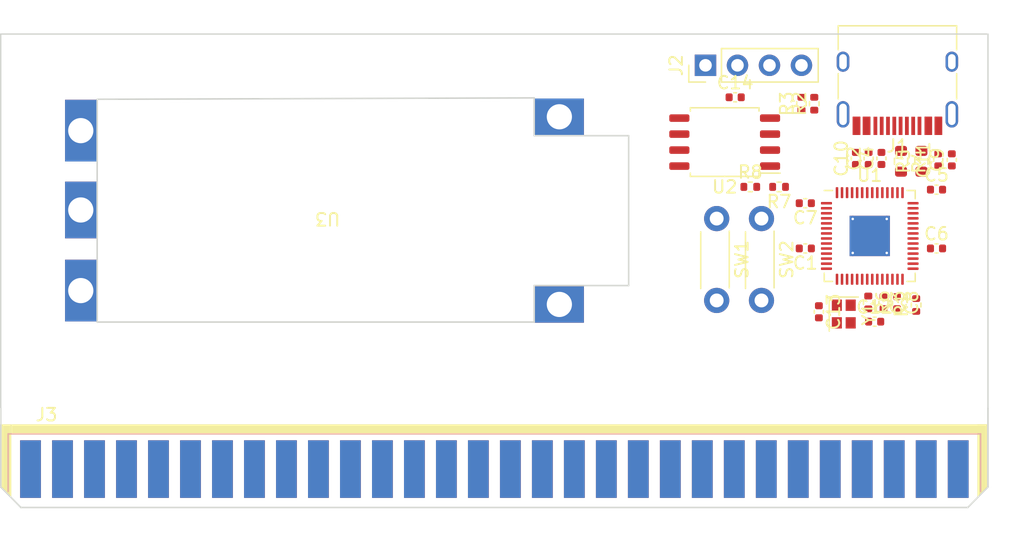
<source format=kicad_pcb>
(kicad_pcb (version 20230410) (generator pcbnew)
  (layers (0 "F.Cu" signal) (31 "B.Cu" signal) (34 "B.Paste" user) (35 "F.Paste" user) (36 "B.SilkS" user "B.Silkscreen") (37 "F.SilkS" user "F.Silkscreen") (38 "B.Mask" user) (39 "F.Mask" user) (44 "Edge.Cuts" user))
  (net 0 "")
  (net 1 "+3V3")
  (net 2 "GND")
  (net 3 "/RP2040/+1.1V")
  (net 4 "Net-(C12-Pad1)")
  (net 5 "/RP2040/XIN")
  (net 7 "Net-(J1-CC1)")
  (net 8 "/RP2040/USB_P")
  (net 9 "/RP2040/USB_N")
  (net 11 "Net-(J1-CC2)")
  (net 13 "/RP2040/SWCLK")
  (net 14 "/RP2040/SWDIO")
  (net 15 "/PHASEA")
  (net 16 "/PHASEB")
  (net 17 "/PHASEC")
  (net 18 "/3V3")
  (net 19 "/TX")
  (net 20 "/RX")
  (net 21 "/TX_1")
  (net 22 "/RX_1")
  (net 23 "/12V")
  (net 24 "/RP2040/RUN")
  (net 25 "Net-(U1-USB_DP)")
  (net 26 "Net-(U1-USB_DM)")
  (net 27 "/RP2040/XOUT")
  (net 28 "/RP2040/USB_BOOT")
  (net 29 "/RP2040/QSPI_CS")
  (net 30 "/RP2040/ESC_PWM")
  (net 31 "/RP2040/NEOPIXEL")
  (net 54 "/RP2040/ADC0")
  (net 55 "/RP2040/ADC1")
  (net 56 "/RP2040/ADC2")
  (net 57 "/RP2040/ADC3")
  (net 58 "/RP2040/QSPI_SD3")
  (net 59 "/RP2040/QSPI_SCK")
  (net 60 "/RP2040/QSPI_SD0")
  (net 61 "/RP2040/QSPI_SD2")
  (net 62 "/RP2040/QSPI_SD1")
  (footprint "Package_SO:SOIC-8_5.23x5.23mm_P1.27mm" (layer "F.Cu") (at 188.214 101.036 180)
    (fp_text reference "U2" (at 0 -3.56 180) (layer "F.SilkS"))
    (fp_text value "W25Q64JVXGIQ")
    (fp_line (start 2.725 2.725) (end 2.725 2.465) (stroke (width 0.12)) (layer "F.SilkS"))
    (fp_line (start 2.725 -2.725) (end 2.725 -2.465) (stroke (width 0.12)) (layer "F.SilkS"))
    (fp_line (start 0 2.725) (end 2.725 2.725) (stroke (width 0.12)) (layer "F.SilkS"))
    (fp_line (start 0 2.725) (end -2.725 2.725) (stroke (width 0.12)) (layer "F.SilkS"))
    (fp_line (start 0 -2.725) (end 2.725 -2.725) (stroke (width 0.12)) (layer "F.SilkS"))
    (fp_line (start 0 -2.725) (end -2.725 -2.725) (stroke (width 0.12)) (layer "F.SilkS"))
    (fp_line (start -2.725 2.725) (end -2.725 2.465) (stroke (width 0.12)) (layer "F.SilkS"))
    (fp_line (start -2.725 -2.465) (end -4.4 -2.465) (stroke (width 0.12)) (layer "F.SilkS"))
    (fp_line (start -2.725 -2.725) (end -2.725 -2.465) (stroke (width 0.12)) (layer "F.SilkS"))
    (pad "1" smd roundrect (at -3.6 -1.905 180) (size 1.6 0.6) (layers "F.Cu" "F.Paste" "F.Mask") (net 29 "/RP2040/QSPI_CS"))
    (pad "2" smd roundrect (at -3.6 -0.635 180) (size 1.6 0.6) (layers "F.Cu" "F.Paste" "F.Mask") (net 62 "/RP2040/QSPI_SD1"))
    (pad "3" smd roundrect (at -3.6 0.635 180) (size 1.6 0.6) (layers "F.Cu" "F.Paste" "F.Mask") (net 61 "/RP2040/QSPI_SD2"))
    (pad "4" smd roundrect (at -3.6 1.905 180) (size 1.6 0.6) (layers "F.Cu" "F.Paste" "F.Mask") (net 2 "GND"))
    (pad "5" smd roundrect (at 3.6 1.905 180) (size 1.6 0.6) (layers "F.Cu" "F.Paste" "F.Mask") (net 60 "/RP2040/QSPI_SD0"))
    (pad "6" smd roundrect (at 3.6 0.635 180) (size 1.6 0.6) (layers "F.Cu" "F.Paste" "F.Mask") (net 59 "/RP2040/QSPI_SCK"))
    (pad "7" smd roundrect (at 3.6 -0.635 180) (size 1.6 0.6) (layers "F.Cu" "F.Paste" "F.Mask") (net 58 "/RP2040/QSPI_SD3"))
    (pad "8" smd roundrect (at 3.6 -1.905 180) (size 1.6 0.6) (layers "F.Cu" "F.Paste" "F.Mask") (net 1 "+3V3"))
  )
  (footprint "Crystal:Crystal_SMD_2016-4Pin_2.0x1.6mm" (layer "F.Cu") (at 197.668503 114.688337 -90)
    (fp_text reference "Y1" (at 0 -2.000001 90) (layer "F.SilkS"))
    (fp_text value "12MHz")
    (fp_line (start -1.35 1.15) (end 1.35 1.15) (stroke (width 0.12)) (layer "F.SilkS"))
    (fp_line (start -1.35 -1.15) (end -1.35 1.15) (stroke (width 0.12)) (layer "F.SilkS"))
    (pad "1" smd rect (at -0.7 0.55 270) (size 0.9 0.8) (layers "F.Cu" "F.Paste" "F.Mask") (net 5 "/RP2040/XIN"))
    (pad "2" smd rect (at 0.7 0.55 270) (size 0.9 0.8) (layers "F.Cu" "F.Paste" "F.Mask") (net 2 "GND"))
    (pad "3" smd rect (at 0.7 -0.55 270) (size 0.9 0.8) (layers "F.Cu" "F.Paste" "F.Mask") (net 4 "Net-(C12-Pad1)"))
    (pad "4" smd rect (at -0.7 -0.55 270) (size 0.9 0.8) (layers "F.Cu" "F.Paste" "F.Mask") (net 2 "GND"))
  )
  (footprint "Resistor_SMD:R_0402_1005Metric" (layer "F.Cu") (at 194.31 97.988 90)
    (fp_text reference "R3" (at 0 -1.17 -90) (layer "F.SilkS"))
    (fp_text value "5.1k")
    (fp_line (start -0.153641 -0.38) (end 0.153641 -0.38) (stroke (width 0.12)) (layer "F.SilkS"))
    (fp_line (start -0.153641 0.38) (end 0.153641 0.38) (stroke (width 0.12)) (layer "F.SilkS"))
    (pad "1" smd roundrect (at -0.509999 0 90) (size 0.54 0.64) (layers "F.Cu" "F.Paste" "F.Mask") (net 11 "Net-(J1-CC2)"))
    (pad "2" smd roundrect (at 0.509999 0 90) (size 0.54 0.64) (layers "F.Cu" "F.Paste" "F.Mask") (net 2 "GND"))
  )
  (footprint "Resistor_SMD:R_0402_1005Metric" (layer "F.Cu") (at 190.246 104.592)
    (fp_text reference "R8" (at 0 -1.17) (layer "F.SilkS"))
    (fp_text value "10K")
    (fp_line (start -0.153641 -0.38) (end 0.153641 -0.38) (stroke (width 0.12)) (layer "F.SilkS"))
    (fp_line (start -0.153641 0.38) (end 0.153641 0.38) (stroke (width 0.12)) (layer "F.SilkS"))
    (pad "1" smd roundrect (at -0.509999 0) (size 0.54 0.64) (layers "F.Cu" "F.Paste" "F.Mask") (net 29 "/RP2040/QSPI_CS"))
    (pad "2" smd roundrect (at 0.509999 0) (size 0.54 0.64) (layers "F.Cu" "F.Paste" "F.Mask") (net 1 "+3V3"))
  )
  (footprint "Capacitor_SMD:C_0402_1005Metric" (layer "F.Cu") (at 194.615216 109.47979 180)
    (fp_text reference "C1" (at 0 -1.16 -180) (layer "F.SilkS"))
    (fp_text value "0.1uF")
    (fp_line (start -0.107836 0.36) (end 0.107836 0.36) (stroke (width 0.12)) (layer "F.SilkS"))
    (fp_line (start -0.107836 -0.36) (end 0.107836 -0.36) (stroke (width 0.12)) (layer "F.SilkS"))
    (pad "1" smd roundrect (at -0.48 0 180) (size 0.56 0.62) (layers "F.Cu" "F.Paste" "F.Mask") (net 1 "+3V3"))
    (pad "2" smd roundrect (at 0.48 0 180) (size 0.56 0.62) (layers "F.Cu" "F.Paste" "F.Mask") (net 2 "GND"))
  )
  (footprint "Resistor_SMD:R_0402_1005Metric" (layer "F.Cu") (at 192.532 104.592 180)
    (fp_text reference "R7" (at 0 -1.17 180) (layer "F.SilkS"))
    (fp_text value "1K")
    (fp_line (start -0.153641 0.38) (end 0.153641 0.38) (stroke (width 0.12)) (layer "F.SilkS"))
    (fp_line (start -0.153641 -0.38) (end 0.153641 -0.38) (stroke (width 0.12)) (layer "F.SilkS"))
    (pad "1" smd roundrect (at -0.509999 0 180) (size 0.54 0.64) (layers "F.Cu" "F.Paste" "F.Mask") (net 28 "/RP2040/USB_BOOT"))
    (pad "2" smd roundrect (at 0.509999 0 180) (size 0.54 0.64) (layers "F.Cu" "F.Paste" "F.Mask") (net 29 "/RP2040/QSPI_CS"))
  )
  (footprint "Connector_PinHeader_2.54mm:PinHeader_1x04_P2.54mm_Vertical" (layer "F.Cu") (at 186.690001 94.94 90)
    (fp_text reference "J2" (at 0 -2.33 -90) (layer "F.SilkS"))
    (fp_text value "Conn_01x04")
    (fp_line (start -1.33 -1.33) (end 0 -1.33) (stroke (width 0.12)) (layer "F.SilkS"))
    (fp_line (start -1.33 0) (end -1.33 -1.33) (stroke (width 0.12)) (layer "F.SilkS"))
    (fp_line (start 1.33 1.270001) (end 1.33 8.95) (stroke (width 0.12)) (layer "F.SilkS"))
    (fp_line (start -1.33 1.270001) (end 1.33 1.270001) (stroke (width 0.12)) (layer "F.SilkS"))
    (fp_line (start -1.33 1.270001) (end -1.33 8.95) (stroke (width 0.12)) (layer "F.SilkS"))
    (fp_line (start -1.33 8.95) (end 1.33 8.95) (stroke (width 0.12)) (layer "F.SilkS"))
    (pad "1" thru_hole rect (at 0 0 90) (size 1.7 1.7) (drill 1) (layers "*.Cu" "*.Mask") (net 13 "/RP2040/SWCLK"))
    (pad "2" thru_hole oval (at 0 2.54 90) (size 1.7 1.7) (drill 1) (layers "*.Cu" "*.Mask") (net 14 "/RP2040/SWDIO"))
    (pad "3" thru_hole oval (at 0 5.079999 90) (size 1.7 1.7) (drill 1) (layers "*.Cu" "*.Mask") (net 1 "+3V3"))
    (pad "4" thru_hole oval (at 0 7.62 90) (size 1.7 1.7) (drill 1) (layers "*.Cu" "*.Mask") (net 2 "GND"))
  )
  (footprint "Capacitor_SMD:C_0402_1005Metric" (layer "F.Cu") (at 194.615216 105.887686 180)
    (fp_text reference "C7" (at 0 -1.16 -180) (layer "F.SilkS"))
    (fp_text value "0.1uF")
    (fp_line (start -0.107836 0.36) (end 0.107836 0.36) (stroke (width 0.12)) (layer "F.SilkS"))
    (fp_line (start -0.107836 -0.36) (end 0.107836 -0.36) (stroke (width 0.12)) (layer "F.SilkS"))
    (pad "1" smd roundrect (at -0.48 0 180) (size 0.56 0.62) (layers "F.Cu" "F.Paste" "F.Mask") (net 1 "+3V3"))
    (pad "2" smd roundrect (at 0.48 0 180) (size 0.56 0.62) (layers "F.Cu" "F.Paste" "F.Mask") (net 2 "GND"))
  )
  (footprint "Capacitor_SMD:C_0402_1005Metric" (layer "F.Cu") (at 200.1205 115.293)
    (fp_text reference "C12" (at 0 -1.16) (layer "F.SilkS"))
    (fp_text value "27pF")
    (fp_line (start -0.107836 -0.36) (end 0.107836 -0.36) (stroke (width 0.12)) (layer "F.SilkS"))
    (fp_line (start -0.107836 0.36) (end 0.107836 0.36) (stroke (width 0.12)) (layer "F.SilkS"))
    (pad "1" smd roundrect (at -0.48 0) (size 0.56 0.62) (layers "F.Cu" "F.Paste" "F.Mask") (net 4 "Net-(C12-Pad1)"))
    (pad "2" smd roundrect (at 0.48 0) (size 0.56 0.62) (layers "F.Cu" "F.Paste" "F.Mask") (net 2 "GND"))
  )
  (footprint "5530843-7_PCB_Edge:TE_5530843-7_PCB_Edge" (layer "F.Cu") (at 169.926 130.048)
    (fp_text reference "J3" (at -35.56 -7.366 unlocked) (layer "F.SilkS"))
    (fp_text value "5530843-7")
    (fp_line (start -38.608 -5.842) (end 38.608 -5.842) (stroke (width 0.12)) (layer "B.SilkS"))
    (fp_line (start -38.608 -1.27) (end -38.608 -5.842) (stroke (width 0.12)) (layer "B.SilkS"))
    (fp_line (start 38.608 -5.842) (end 38.608 -1.27) (stroke (width 0.12)) (layer "B.SilkS"))
    (fp_line (start 38.608 -5.842) (end 38.608 -1.27) (stroke (width 0.12)) (layer "F.SilkS"))
    (fp_rect (start -38.354 -6.604) (end 39.116 -5.842) (fill solid) (layer "F.SilkS"))
    (fp_poly (pts (xy -38.354 -0.762) (xy -39.116 -1.524) (xy -39.116 -6.604) (xy -38.354 -6.604) (xy -38.354 -5.842)) (fill solid) (layer "F.SilkS"))
    (fp_poly (pts (xy 38.354 -0.762) (xy 39.116 -1.524) (xy 39.116 -6.604) (xy 38.354 -6.604) (xy 38.354 -5.842)) (fill solid) (layer "F.SilkS"))
    (fp_line (start -39.1922 -1.6256) (end -39.1922 -7.874) (stroke (width 0.12)) (layer "Edge.Cuts"))
    (fp_line (start -37.592 0) (end -39.1922 -1.6256) (stroke (width 0.12)) (layer "Edge.Cuts"))
    (fp_line (start 37.592 0) (end -37.592 0) (stroke (width 0.12)) (layer "Edge.Cuts"))
    (fp_line (start 39.1922 -7.874) (end 39.1922 -1.6256) (stroke (width 0.12)) (layer "Edge.Cuts"))
    (fp_line (start 39.1922 -1.6256) (end 37.592 0) (stroke (width 0.12)) (layer "Edge.Cuts"))
    (pad "1" smd rect (at -36.83 -3.048) (size 1.651 4.572) (layers "B.Cu" "B.Paste" "B.Mask") (net 15 "/PHASEA"))
    (pad "2" smd rect (at -36.83 -3.048) (size 1.651 4.572) (layers "F.Cu" "F.Paste" "F.Mask") (net 15 "/PHASEA"))
    (pad "3" smd rect (at -34.29 -3.048) (size 1.651 4.572) (layers "B.Cu" "B.Paste" "B.Mask") (net 15 "/PHASEA"))
    (pad "4" smd rect (at -34.29 -3.048) (size 1.651 4.572) (layers "F.Cu" "F.Paste" "F.Mask") (net 15 "/PHASEA"))
    (pad "5" smd rect (at -31.75 -3.048) (size 1.651 4.572) (layers "B.Cu" "B.Paste" "B.Mask") (net 15 "/PHASEA"))
    (pad "6" smd rect (at -31.75 -3.048) (size 1.651 4.572) (layers "F.Cu" "F.Paste" "F.Mask") (net 15 "/PHASEA"))
    (pad "7" smd rect (at -29.21 -3.048) (size 1.651 4.572) (layers "B.Cu" "B.Paste" "B.Mask") (net 16 "/PHASEB"))
    (pad "8" smd rect (at -29.21 -3.048) (size 1.651 4.572) (layers "F.Cu" "F.Paste" "F.Mask") (net 16 "/PHASEB"))
    (pad "9" smd rect (at -26.67 -3.048) (size 1.651 4.572) (layers "B.Cu" "B.Paste" "B.Mask") (net 16 "/PHASEB"))
    (pad "10" smd rect (at -26.67 -3.048) (size 1.651 4.572) (layers "F.Cu" "F.Paste" "F.Mask") (net 16 "/PHASEB"))
    (pad "11" smd rect (at -24.13 -3.048) (size 1.651 4.572) (layers "B.Cu" "B.Paste" "B.Mask") (net 16 "/PHASEB"))
    (pad "12" smd rect (at -24.13 -3.048) (size 1.651 4.572) (layers "F.Cu" "F.Paste" "F.Mask") (net 16 "/PHASEB"))
    (pad "13" smd rect (at -21.59 -3.048) (size 1.651 4.572) (layers "B.Cu" "B.Paste" "B.Mask") (net 17 "/PHASEC"))
    (pad "14" smd rect (at -21.59 -3.048) (size 1.651 4.572) (layers "F.Cu" "F.Paste" "F.Mask") (net 17 "/PHASEC"))
    (pad "15" smd rect (at -19.05 -3.048) (size 1.651 4.572) (layers "B.Cu" "B.Paste" "B.Mask") (net 17 "/PHASEC"))
    (pad "16" smd rect (at -19.05 -3.048) (size 1.651 4.572) (layers "F.Cu" "F.Paste" "F.Mask") (net 17 "/PHASEC"))
    (pad "17" smd rect (at -16.51 -3.048) (size 1.651 4.572) (layers "B.Cu" "B.Paste" "B.Mask") (net 17 "/PHASEC"))
    (pad "18" smd rect (at -16.51 -3.048) (size 1.651 4.572) (layers "F.Cu" "F.Paste" "F.Mask") (net 17 "/PHASEC"))
    (pad "19" smd rect (at -13.97 -3.048) (size 1.651 4.572) (layers "B.Cu" "B.Paste" "B.Mask") (net 18 "/3V3"))
    (pad "20" smd rect (at -13.97 -3.048) (size 1.651 4.572) (layers "F.Cu" "F.Paste" "F.Mask") (net 18 "/3V3"))
    (pad "21" smd rect (at -11.43 -3.048) (size 1.651 4.572) (layers "B.Cu" "B.Paste" "B.Mask") (net 19 "/TX"))
    (pad "22" smd rect (at -11.43 -3.048) (size 1.651 4.572) (layers "F.Cu" "F.Paste" "F.Mask") (net 20 "/RX"))
    (pad "23" smd rect (at -8.89 -3.048) (size 1.651 4.572) (layers "B.Cu" "B.Paste" "B.Mask") (net 21 "/TX_1"))
    (pad "24" smd rect (at -8.89 -3.048) (size 1.651 4.572) (layers "F.Cu" "F.Paste" "F.Mask") (net 22 "/RX_1"))
    (pad "25" smd rect (at -6.35 -3.048) (size 1.651 4.572) (layers "B.Cu" "B.Paste" "B.Mask") (net 2 "GND"))
    (pad "26" smd rect (at -6.35 -3.048) (size 1.651 4.572) (layers "F.Cu" "F.Paste" "F.Mask") (net 2 "GND"))
    (pad "27" smd rect (at -3.81 -3.048) (size 1.651 4.572) (layers "B.Cu" "B.Paste" "B.Mask") (net 2 "GND"))
    (pad "28" smd rect (at -3.81 -3.048) (size 1.651 4.572) (layers "F.Cu" "F.Paste" "F.Mask") (net 2 "GND"))
    (pad "29" smd rect (at -1.27 -3.048) (size 1.651 4.572) (layers "B.Cu" "B.Paste" "B.Mask") (net 2 "GND"))
    (pad "30" smd rect (at -1.27 -3.048) (size 1.651 4.572) (layers "F.Cu" "F.Paste" "F.Mask") (net 2 "GND"))
    (pad "31" smd rect (at 1.27 -3.048) (size 1.651 4.572) (layers "B.Cu" "B.Paste" "B.Mask") (net 2 "GND"))
    (pad "32" smd rect (at 1.27 -3.048) (size 1.651 4.572) (layers "F.Cu" "F.Paste" "F.Mask") (net 2 "GND"))
    (pad "33" smd rect (at 3.81 -3.048) (size 1.651 4.572) (layers "B.Cu" "B.Paste" "B.Mask") (net 2 "GND"))
    (pad "34" smd rect (at 3.81 -3.048) (size 1.651 4.572) (layers "F.Cu" "F.Paste" "F.Mask") (net 2 "GND"))
    (pad "35" smd rect (at 6.35 -3.048) (size 1.651 4.572) (layers "B.Cu" "B.Paste" "B.Mask") (net 2 "GND"))
    (pad "36" smd rect (at 6.35 -3.048) (size 1.651 4.572) (layers "F.Cu" "F.Paste" "F.Mask") (net 2 "GND"))
    (pad "37" smd rect (at 8.89 -3.048) (size 1.651 4.572) (layers "B.Cu" "B.Paste" "B.Mask") (net 2 "GND"))
    (pad "38" smd rect (at 8.89 -3.048) (size 1.651 4.572) (layers "F.Cu" "F.Paste" "F.Mask") (net 2 "GND"))
    (pad "39" smd rect (at 11.43 -3.048) (size 1.651 4.572) (layers "B.Cu" "B.Paste" "B.Mask") (net 2 "GND"))
    (pad "40" smd rect (at 11.43 -3.048) (size 1.651 4.572) (layers "F.Cu" "F.Paste" "F.Mask") (net 2 "GND"))
    (pad "41" smd rect (at 13.97 -3.048) (size 1.651 4.572) (layers "B.Cu" "B.Paste" "B.Mask") (net 2 "GND"))
    (pad "42" smd rect (at 13.97 -3.048) (size 1.651 4.572) (layers "F.Cu" "F.Paste" "F.Mask") (net 2 "GND"))
    (pad "43" smd rect (at 16.51 -3.048) (size 1.651 4.572) (layers "B.Cu" "B.Paste" "B.Mask") (net 23 "/12V"))
    (pad "44" smd rect (at 16.51 -3.048) (size 1.651 4.572) (layers "F.Cu" "F.Paste" "F.Mask") (net 23 "/12V"))
    (pad "45" smd rect (at 19.05 -3.048) (size 1.651 4.572) (layers "B.Cu" "B.Paste" "B.Mask") (net 23 "/12V"))
    (pad "46" smd rect (at 19.05 -3.048) (size 1.651 4.572) (layers "F.Cu" "F.Paste" "F.Mask") (net 23 "/12V"))
    (pad "47" smd rect (at 21.59 -3.048) (size 1.651 4.572) (layers "B.Cu" "B.Paste" "B.Mask") (net 23 "/12V"))
    (pad "48" smd rect (at 21.59 -3.048) (size 1.651 4.572) (layers "F.Cu" "F.Paste" "F.Mask") (net 23 "/12V"))
    (pad "49" smd rect (at 24.13 -3.048) (size 1.651 4.572) (layers "B.Cu" "B.Paste" "B.Mask") (net 23 "/12V"))
    (pad "50" smd rect (at 24.13 -3.048) (size 1.651 4.572) (layers "F.Cu" "F.Paste" "F.Mask") (net 23 "/12V"))
    (pad "51" smd rect (at 26.67 -3.048) (size 1.651 4.572) (layers "B.Cu" "B.Paste" "B.Mask") (net 23 "/12V"))
    (pad "52" smd rect (at 26.67 -3.048) (size 1.651 4.572) (layers "F.Cu" "F.Paste" "F.Mask") (net 23 "/12V"))
    (pad "53" smd rect (at 29.21 -3.048) (size 1.651 4.572) (layers "B.Cu" "B.Paste" "B.Mask") (net 23 "/12V"))
    (pad "54" smd rect (at 29.21 -3.048) (size 1.651 4.572) (layers "F.Cu" "F.Paste" "F.Mask") (net 23 "/12V"))
    (pad "55" smd rect (at 31.75 -3.048) (size 1.651 4.572) (layers "B.Cu" "B.Paste" "B.Mask") (net 23 "/12V"))
    (pad "56" smd rect (at 31.75 -3.048) (size 1.651 4.572) (layers "F.Cu" "F.Paste" "F.Mask") (net 23 "/12V"))
    (pad "57" smd rect (at 34.29 -3.048) (size 1.651 4.572) (layers "B.Cu" "B.Paste" "B.Mask") (net 23 "/12V"))
    (pad "58" smd rect (at 34.29 -3.048) (size 1.651 4.572) (layers "F.Cu" "F.Paste" "F.Mask") (net 23 "/12V"))
    (pad "59" smd rect (at 36.83 -3.048) (size 1.651 4.572) (layers "B.Cu" "B.Paste" "B.Mask") (net 23 "/12V"))
    (pad "60" smd rect (at 36.83 -3.048) (size 1.651 4.572) (layers "F.Cu" "F.Paste" "F.Mask") (net 23 "/12V"))
  )
  (footprint "SLIM_6MM_Switch:SW_PUSH_6mm_SLIM" (layer "F.Cu") (at 187.579 107.109 -90)
    (fp_text reference "SW1" (at 3.25 -2 90) (layer "F.SilkS"))
    (fp_text value "SW_Push")
    (fp_line (start 1.052 1.27) (end 5.552 1.27) (stroke (width 0.12)) (layer "F.SilkS"))
    (fp_line (start 5.5 -1) (end 1 -1) (stroke (width 0.12)) (layer "F.SilkS"))
    (pad "1" thru_hole circle (at 0 0) (size 2 2) (drill 1.1) (layers "*.Cu" "*.Mask") (net 28 "/RP2040/USB_BOOT"))
    (pad "2" thru_hole circle (at 6.5 0 90) (size 2 2) (drill 1.1) (layers "*.Cu" "*.Mask") (net 2 "GND"))
  )
  (footprint "Resistor_SMD:R_0402_1005Metric" (layer "F.Cu") (at 195.326 97.988 90)
    (fp_text reference "R2" (at 0 -1.17 -90) (layer "F.SilkS"))
    (fp_text value "5.1k")
    (fp_line (start -0.153641 -0.38) (end 0.153641 -0.38) (stroke (width 0.12)) (layer "F.SilkS"))
    (fp_line (start -0.153641 0.38) (end 0.153641 0.38) (stroke (width 0.12)) (layer "F.SilkS"))
    (pad "1" smd roundrect (at -0.509999 0 90) (size 0.54 0.64) (layers "F.Cu" "F.Paste" "F.Mask") (net 7 "Net-(J1-CC1)"))
    (pad "2" smd roundrect (at 0.509999 0 90) (size 0.54 0.64) (layers "F.Cu" "F.Paste" "F.Mask") (net 2 "GND"))
  )
  (footprint "Resistor_SMD:R_0603_1608Metric" (layer "F.Cu") (at 203.835 102.559999 90)
    (fp_text reference "R5" (at 0 -1.43 90) (layer "F.SilkS"))
    (fp_text value "27")
    (fp_line (start -0.237258 -0.5225) (end 0.237258 -0.5225) (stroke (width 0.12)) (layer "F.SilkS"))
    (fp_line (start -0.237258 0.5225) (end 0.237258 0.5225) (stroke (width 0.12)) (layer "F.SilkS"))
    (pad "1" smd roundrect (at -0.825 0 90) (size 0.8 0.95) (layers "F.Cu" "F.Paste" "F.Mask") (net 9 "/RP2040/USB_N"))
    (pad "2" smd roundrect (at 0.825 0 90) (size 0.8 0.95) (layers "F.Cu" "F.Paste" "F.Mask") (net 26 "Net-(U1-USB_DM)"))
  )
  (footprint "Capacitor_SMD:C_0402_1005Metric" (layer "F.Cu") (at 198.628 102.334 90)
    (fp_text reference "C10" (at 0 -1.16 -90) (layer "F.SilkS"))
    (fp_text value "0.1uF")
    (fp_line (start -0.107836 -0.36) (end 0.107836 -0.36) (stroke (width 0.12)) (layer "F.SilkS"))
    (fp_line (start -0.107836 0.36) (end 0.107836 0.36) (stroke (width 0.12)) (layer "F.SilkS"))
    (pad "1" smd roundrect (at -0.48 0 90) (size 0.56 0.62) (layers "F.Cu" "F.Paste" "F.Mask") (net 3 "/RP2040/+1.1V"))
    (pad "2" smd roundrect (at 0.48 0 90) (size 0.56 0.62) (layers "F.Cu" "F.Paste" "F.Mask") (net 2 "GND"))
  )
  (footprint "Connector_USB:USB_C_Receptacle_HRO_TYPE-C-31-M-12" (layer "F.Cu") (at 201.93 95.702 180)
    (fp_text reference "J1" (at 0 -5.645 -180) (layer "F.SilkS"))
    (fp_text value "USB_C_Receptacle_USB2.0")
    (fp_line (start 4.7 2) (end 4.7 3.9) (stroke (width 0.12)) (layer "F.SilkS"))
    (fp_line (start 4.7 -1.9) (end 4.7 0.1) (stroke (width 0.12)) (layer "F.SilkS"))
    (fp_line (start -4.7 3.9) (end 4.7 3.9) (stroke (width 0.12)) (layer "F.SilkS"))
    (fp_line (start -4.7 2) (end -4.7 3.9) (stroke (width 0.12)) (layer "F.SilkS"))
    (fp_line (start -4.7 -1.9) (end -4.7 0.1) (stroke (width 0.12)) (layer "F.SilkS"))
    (pad "" np_thru_hole circle (at -2.89 -2.6 180) (size 0.65 0.65) (drill 0.65) (layers "F&B.Cu" "*.Mask"))
    (pad "" np_thru_hole circle (at 2.89 -2.6 180) (size 0.65 0.65) (drill 0.65) (layers "F&B.Cu" "*.Mask"))
    (pad "A1" smd rect (at -3.25 -4.045 180) (size 0.6 1.45) (layers "F.Cu" "F.Paste" "F.Mask") (net 2 "GND"))
    (pad "A4" smd rect (at -2.45 -4.045 180) (size 0.6 1.45) (layers "F.Cu" "F.Paste" "F.Mask"))
    (pad "A5" smd rect (at -1.25 -4.045 180) (size 0.3 1.45) (layers "F.Cu" "F.Paste" "F.Mask") (net 7 "Net-(J1-CC1)"))
    (pad "A6" smd rect (at -0.25 -4.045 180) (size 0.3 1.45) (layers "F.Cu" "F.Paste" "F.Mask") (net 8 "/RP2040/USB_P"))
    (pad "A7" smd rect (at 0.25 -4.045 180) (size 0.3 1.45) (layers "F.Cu" "F.Paste" "F.Mask") (net 9 "/RP2040/USB_N"))
    (pad "A8" smd rect (at 1.25 -4.045 180) (size 0.3 1.45) (layers "F.Cu" "F.Paste" "F.Mask"))
    (pad "A9" smd rect (at 2.45 -4.045 180) (size 0.6 1.45) (layers "F.Cu" "F.Paste" "F.Mask"))
    (pad "A12" smd rect (at 3.25 -4.045 180) (size 0.6 1.45) (layers "F.Cu" "F.Paste" "F.Mask") (net 2 "GND"))
    (pad "B1" smd rect (at 3.25 -4.045 180) (size 0.6 1.45) (layers "F.Cu" "F.Paste" "F.Mask") (net 2 "GND"))
    (pad "B4" smd rect (at 2.45 -4.045 180) (size 0.6 1.45) (layers "F.Cu" "F.Paste" "F.Mask"))
    (pad "B5" smd rect (at 1.75 -4.045 180) (size 0.3 1.45) (layers "F.Cu" "F.Paste" "F.Mask") (net 11 "Net-(J1-CC2)"))
    (pad "B6" smd rect (at 0.75 -4.045 180) (size 0.3 1.45) (layers "F.Cu" "F.Paste" "F.Mask") (net 8 "/RP2040/USB_P"))
    (pad "B7" smd rect (at -0.75 -4.045 180) (size 0.3 1.45) (layers "F.Cu" "F.Paste" "F.Mask") (net 9 "/RP2040/USB_N"))
    (pad "B8" smd rect (at -1.75 -4.045 180) (size 0.3 1.45) (layers "F.Cu" "F.Paste" "F.Mask"))
    (pad "B9" smd rect (at -2.45 -4.045 180) (size 0.6 1.45) (layers "F.Cu" "F.Paste" "F.Mask"))
    (pad "B12" smd rect (at -3.25 -4.045 180) (size 0.6 1.45) (layers "F.Cu" "F.Paste" "F.Mask") (net 2 "GND"))
    (pad "S1" thru_hole oval (at -4.32 -3.13 180) (size 1 2.1) (drill oval 0.6 1.7) (layers "*.Cu" "*.Mask") (net 2 "GND"))
    (pad "S1" thru_hole oval (at -4.32 1.05 180) (size 1 1.6) (drill oval 0.6 1.2) (layers "*.Cu" "*.Mask") (net 2 "GND"))
    (pad "S1" thru_hole oval (at 4.32 -3.13 180) (size 1 2.1) (drill oval 0.6 1.7) (layers "*.Cu" "*.Mask") (net 2 "GND"))
    (pad "S1" thru_hole oval (at 4.32 1.05 180) (size 1 1.6) (drill oval 0.6 1.2) (layers "*.Cu" "*.Mask") (net 2 "GND"))
  )
  (footprint "Resistor_SMD:R_0402_1005Metric" (layer "F.Cu") (at 203.415867 113.969918 90)
    (fp_text reference "R1" (at 0 -1.17 -90) (layer "F.SilkS"))
    (fp_text value "10K")
    (fp_line (start -0.153641 -0.38) (end 0.153641 -0.38) (stroke (width 0.12)) (layer "F.SilkS"))
    (fp_line (start -0.153641 0.38) (end 0.153641 0.38) (stroke (width 0.12)) (layer "F.SilkS"))
    (pad "1" smd roundrect (at -0.509999 0 90) (size 0.54 0.64) (layers "F.Cu" "F.Paste" "F.Mask") (net 1 "+3V3"))
    (pad "2" smd roundrect (at 0.509999 0 90) (size 0.54 0.64) (layers "F.Cu" "F.Paste" "F.Mask") (net 24 "/RP2040/RUN"))
  )
  (footprint "Capacitor_SMD:C_0402_1005Metric" (layer "F.Cu") (at 205.170369 102.447 90)
    (fp_text reference "C11" (at 0 -1.16 -90) (layer "F.SilkS"))
    (fp_text value "1uF")
    (fp_line (start -0.107836 -0.36) (end 0.107836 -0.36) (stroke (width 0.12)) (layer "F.SilkS"))
    (fp_line (start -0.107836 0.36) (end 0.107836 0.36) (stroke (width 0.12)) (layer "F.SilkS"))
    (pad "1" smd roundrect (at -0.48 0 90) (size 0.56 0.62) (layers "F.Cu" "F.Paste" "F.Mask") (net 3 "/RP2040/+1.1V"))
    (pad "2" smd roundrect (at 0.48 0 90) (size 0.56 0.62) (layers "F.Cu" "F.Paste" "F.Mask") (net 2 "GND"))
  )
  (footprint "B-G431B-ESC1:B-G431B-ESC1_MOUNT" (layer "F.Cu") (at 156.687 106.626 180)
    (fp_text reference "U3" (at 0 -0.499999 180 unlocked) (layer "F.SilkS"))
    (fp_text value "B-G431B-ESC1")
    (fp_line (start 18.3 8.98821) (end 18.3 -8.7) (stroke (width 0.12)) (layer "Edge.Cuts"))
    (fp_line (start 18.3 -8.7) (end -16.4 -8.7) (stroke (width 0.12)) (layer "Edge.Cuts"))
    (fp_line (start -16.4 9.1) (end 18.3 8.98821) (stroke (width 0.12)) (layer "Edge.Cuts"))
    (fp_line (start -16.4 6.1) (end -16.4 9.1) (stroke (width 0.12)) (layer "Edge.Cuts"))
    (fp_line (start -16.4 -5.8) (end -23.9 -5.8) (stroke (width 0.12)) (layer "Edge.Cuts"))
    (fp_line (start -16.4 -8.7) (end -16.4 -5.8) (stroke (width 0.12)) (layer "Edge.Cuts"))
    (fp_line (start -23.9 6.099999) (end -16.4 6.1) (stroke (width 0.12)) (layer "Edge.Cuts"))
    (fp_line (start -23.9 -5.8) (end -23.9 6.099999) (stroke (width 0.12)) (layer "Edge.Cuts"))
    (pad "1" thru_hole rect (at -18.4 -7.3 180) (size 3.9 2.9) (drill 2) (layers "*.Cu" "*.Mask") (net 23 "/12V"))
    (pad "2" thru_hole rect (at -18.4 7.6 180) (size 3.9 2.9) (drill 2) (layers "*.Cu" "*.Mask") (net 2 "GND"))
    (pad "3" thru_hole rect (at 19.6 -6.2 180) (size 2.5 4.9) (drill 2) (layers "*.Cu" "*.Mask") (net 15 "/PHASEA"))
    (pad "4" thru_hole rect (at 19.6 0.199999 180) (size 2.5 4.5) (drill 2) (layers "*.Cu" "*.Mask") (net 16 "/PHASEB"))
    (pad "5" thru_hole rect (at 19.6 6.5 180) (size 2.5 4.9) (drill 2) (layers "*.Cu" "*.Mask") (net 17 "/PHASEC"))
  )
  (footprint "Capacitor_SMD:C_0402_1005Metric" (layer "F.Cu") (at 206.248 102.447 90)
    (fp_text reference "C9" (at 0 -1.16 -90) (layer "F.SilkS"))
    (fp_text value "1uF")
    (fp_line (start -0.107836 -0.36) (end 0.107836 -0.36) (stroke (width 0.12)) (layer "F.SilkS"))
    (fp_line (start -0.107836 0.36) (end 0.107836 0.36) (stroke (width 0.12)) (layer "F.SilkS"))
    (pad "1" smd roundrect (at -0.48 0 90) (size 0.56 0.62) (layers "F.Cu" "F.Paste" "F.Mask") (net 1 "+3V3"))
    (pad "2" smd roundrect (at 0.48 0 90) (size 0.56 0.62) (layers "F.Cu" "F.Paste" "F.Mask") (net 2 "GND"))
  )
  (footprint "Resistor_SMD:R_0603_1608Metric" (layer "F.Cu") (at 202.2155 102.56 -90)
    (fp_text reference "R4" (at 0 -1.43 270) (layer "F.SilkS"))
    (fp_text value "27")
    (fp_line (start -0.237258 0.5225) (end 0.237258 0.5225) (stroke (width 0.12)) (layer "F.SilkS"))
    (fp_line (start -0.237258 -0.5225) (end 0.237258 -0.5225) (stroke (width 0.12)) (layer "F.SilkS"))
    (pad "1" smd roundrect (at -0.825 0 270) (size 0.8 0.95) (layers "F.Cu" "F.Paste" "F.Mask") (net 25 "Net-(U1-USB_DP)"))
    (pad "2" smd roundrect (at 0.825 0 270) (size 0.8 0.95) (layers "F.Cu" "F.Paste" "F.Mask") (net 8 "/RP2040/USB_P"))
  )
  (footprint "Capacitor_SMD:C_0402_1005Metric" (layer "F.Cu") (at 205.032313 104.810056)
    (fp_text reference "C5" (at 0 -1.16) (layer "F.SilkS"))
    (fp_text value "0.1uF")
    (fp_line (start -0.107836 -0.36) (end 0.107836 -0.36) (stroke (width 0.12)) (layer "F.SilkS"))
    (fp_line (start -0.107836 0.36) (end 0.107836 0.36) (stroke (width 0.12)) (layer "F.SilkS"))
    (pad "1" smd roundrect (at -0.48 0) (size 0.56 0.62) (layers "F.Cu" "F.Paste" "F.Mask") (net 1 "+3V3"))
    (pad "2" smd roundrect (at 0.48 0) (size 0.56 0.62) (layers "F.Cu" "F.Paste" "F.Mask") (net 2 "GND"))
  )
  (footprint "Capacitor_SMD:C_0402_1005Metric" (layer "F.Cu") (at 205.032313 109.47979)
    (fp_text reference "C6" (at 0 -1.16) (layer "F.SilkS"))
    (fp_text value "0.1uF")
    (fp_line (start -0.107836 -0.36) (end 0.107836 -0.36) (stroke (width 0.12)) (layer "F.SilkS"))
    (fp_line (start -0.107836 0.36) (end 0.107836 0.36) (stroke (width 0.12)) (layer "F.SilkS"))
    (pad "1" smd roundrect (at -0.48 0) (size 0.56 0.62) (layers "F.Cu" "F.Paste" "F.Mask") (net 1 "+3V3"))
    (pad "2" smd roundrect (at 0.48 0) (size 0.56 0.62) (layers "F.Cu" "F.Paste" "F.Mask") (net 2 "GND"))
  )
  (footprint "Resistor_SMD:R_0402_1005Metric" (layer "F.Cu") (at 199.614554 113.769 -90)
    (fp_text reference "R6" (at 0 -1.17 90) (layer "F.SilkS"))
    (fp_text value "1K")
    (fp_line (start -0.153641 0.38) (end 0.153641 0.38) (stroke (width 0.12)) (layer "F.SilkS"))
    (fp_line (start -0.153641 -0.38) (end 0.153641 -0.38) (stroke (width 0.12)) (layer "F.SilkS"))
    (pad "1" smd roundrect (at -0.509999 0 270) (size 0.54 0.64) (layers "F.Cu" "F.Paste" "F.Mask") (net 27 "/RP2040/XOUT"))
    (pad "2" smd roundrect (at 0.509999 0 270) (size 0.54 0.64) (layers "F.Cu" "F.Paste" "F.Mask") (net 4 "Net-(C12-Pad1)"))
  )
  (footprint "Capacitor_SMD:C_0402_1005Metric" (layer "F.Cu") (at 199.644 102.334 90)
    (fp_text reference "C2" (at 0 -1.16 -90) (layer "F.SilkS"))
    (fp_text value "0.1uF")
    (fp_line (start -0.107836 -0.36) (end 0.107836 -0.36) (stroke (width 0.12)) (layer "F.SilkS"))
    (fp_line (start -0.107836 0.36) (end 0.107836 0.36) (stroke (width 0.12)) (layer "F.SilkS"))
    (pad "1" smd roundrect (at -0.48 0 90) (size 0.56 0.62) (layers "F.Cu" "F.Paste" "F.Mask") (net 1 "+3V3"))
    (pad "2" smd roundrect (at 0.48 0 90) (size 0.56 0.62) (layers "F.Cu" "F.Paste" "F.Mask") (net 2 "GND"))
  )
  (footprint "Capacitor_SMD:C_0402_1005Metric" (layer "F.Cu") (at 200.820869 113.790313 -90)
    (fp_text reference "C3" (at 0 -1.16 90) (layer "F.SilkS"))
    (fp_text value "0.1uF")
    (fp_line (start -0.107836 0.36) (end 0.107836 0.36) (stroke (width 0.12)) (layer "F.SilkS"))
    (fp_line (start -0.107836 -0.36) (end 0.107836 -0.36) (stroke (width 0.12)) (layer "F.SilkS"))
    (pad "1" smd roundrect (at -0.48 0 270) (size 0.56 0.62) (layers "F.Cu" "F.Paste" "F.Mask") (net 1 "+3V3"))
    (pad "2" smd roundrect (at 0.48 0 270) (size 0.56 0.62) (layers "F.Cu" "F.Paste" "F.Mask") (net 2 "GND"))
  )
  (footprint "Capacitor_SMD:C_0402_1005Metric" (layer "F.Cu") (at 201.8985 113.790313 -90)
    (fp_text reference "C8" (at 0 -1.16 90) (layer "F.SilkS"))
    (fp_text value "0.1uF")
    (fp_line (start -0.107836 0.36) (end 0.107836 0.36) (stroke (width 0.12)) (layer "F.SilkS"))
    (fp_line (start -0.107836 -0.36) (end 0.107836 -0.36) (stroke (width 0.12)) (layer "F.SilkS"))
    (pad "1" smd roundrect (at -0.48 0 270) (size 0.56 0.62) (layers "F.Cu" "F.Paste" "F.Mask") (net 3 "/RP2040/+1.1V"))
    (pad "2" smd roundrect (at 0.48 0 270) (size 0.56 0.62) (layers "F.Cu" "F.Paste" "F.Mask") (net 2 "GND"))
  )
  (footprint "Capacitor_SMD:C_0402_1005Metric" (layer "F.Cu") (at 189.04585 97.48)
    (fp_text reference "C14" (at 0 -1.16) (layer "F.SilkS"))
    (fp_text value "1uF")
    (fp_line (start -0.107836 -0.36) (end 0.107836 -0.36) (stroke (width 0.12)) (layer "F.SilkS"))
    (fp_line (start -0.107836 0.36) (end 0.107836 0.36) (stroke (width 0.12)) (layer "F.SilkS"))
    (pad "1" smd roundrect (at -0.48 0) (size 0.56 0.62) (layers "F.Cu" "F.Paste" "F.Mask") (net 2 "GND"))
    (pad "2" smd roundrect (at 0.48 0) (size 0.56 0.62) (layers "F.Cu" "F.Paste" "F.Mask") (net 1 "+3V3"))
  )
  (footprint "Capacitor_SMD:C_0402_1005Metric" (layer "F.Cu") (at 200.66 102.334 90)
    (fp_text reference "C4" (at 0 -1.16 -90) (layer "F.SilkS"))
    (fp_text value "0.1uF")
    (fp_line (start -0.107836 -0.36) (end 0.107836 -0.36) (stroke (width 0.12)) (layer "F.SilkS"))
    (fp_line (start -0.107836 0.36) (end 0.107836 0.36) (stroke (width 0.12)) (layer "F.SilkS"))
    (pad "1" smd roundrect (at -0.48 0 90) (size 0.56 0.62) (layers "F.Cu" "F.Paste" "F.Mask") (net 1 "+3V3"))
    (pad "2" smd roundrect (at 0.48 0 90) (size 0.56 0.62) (layers "F.Cu" "F.Paste" "F.Mask") (net 2 "GND"))
  )
  (footprint "SLIM_6MM_Switch:SW_PUSH_6mm_SLIM" (layer "F.Cu") (at 191.135 107.109 -90)
    (fp_text reference "SW2" (at 3.25 -2 90) (layer "F.SilkS"))
    (fp_text value "SW_Push")
    (fp_line (start 1.052 1.27) (end 5.552 1.27) (stroke (width 0.12)) (layer "F.SilkS"))
    (fp_line (start 5.5 -1) (end 1 -1) (stroke (width 0.12)) (layer "F.SilkS"))
    (pad "1" thru_hole circle (at 0 0) (size 2 2) (drill 1.1) (layers "*.Cu" "*.Mask") (net 24 "/RP2040/RUN"))
    (pad "2" thru_hole circle (at 6.5 0 90) (size 2 2) (drill 1.1) (layers "*.Cu" "*.Mask") (net 2 "GND"))
  )
  (footprint "Capacitor_SMD:C_0402_1005Metric" (layer "F.Cu") (at 195.692846 114.508733 -90)
    (fp_text reference "C13" (at 0 -1.16 90) (layer "F.SilkS"))
    (fp_text value "27pF")
    (fp_line (start -0.107836 0.36) (end 0.107836 0.36) (stroke (width 0.12)) (layer "F.SilkS"))
    (fp_line (start -0.107836 -0.36) (end 0.107836 -0.36) (stroke (width 0.12)) (layer "F.SilkS"))
    (pad "1" smd roundrect (at -0.48 0 270) (size 0.56 0.62) (layers "F.Cu" "F.Paste" "F.Mask") (net 5 "/RP2040/XIN"))
    (pad "2" smd roundrect (at 0.48 0 270) (size 0.56 0.62) (layers "F.Cu" "F.Paste" "F.Mask") (net 2 "GND"))
  )
  (footprint "Package_DFN_QFN:QFN-56-1EP_7x7mm_P0.4mm_EP3.2x3.2mm_ThermalVias" (layer "F.Cu") (at 199.731 108.489)
    (fp_text reference "U1" (at 0 -4.82) (layer "F.SilkS"))
    (fp_text value "RP2040")
    (fp_line (start -3.61 3.61) (end -3.61 2.960001) (stroke (width 0.12)) (layer "F.SilkS"))
    (fp_line (start -2.960001 -3.61) (end -3.61 -3.61) (stroke (width 0.12)) (layer "F.SilkS"))
    (fp_line (start -2.960001 3.61) (end -3.61 3.61) (stroke (width 0.12)) (layer "F.SilkS"))
    (fp_line (start 2.960001 -3.61) (end 3.61 -3.61) (stroke (width 0.12)) (layer "F.SilkS"))
    (fp_line (start 2.960001 3.61) (end 3.61 3.61) (stroke (width 0.12)) (layer "F.SilkS"))
    (fp_line (start 3.61 -3.61) (end 3.61 -2.960001) (stroke (width 0.12)) (layer "F.SilkS"))
    (fp_line (start 3.61 3.61) (end 3.61 2.960001) (stroke (width 0.12)) (layer "F.SilkS"))
    (pad "1" smd roundrect (at -3.4375 -2.6) (size 0.875 0.2) (layers "F.Cu" "F.Paste" "F.Mask") (net 1 "+3V3"))
    (pad "2" smd roundrect (at -3.4375 -2.199999) (size 0.875 0.2) (layers "F.Cu" "F.Paste" "F.Mask") (net 19 "/TX"))
    (pad "3" smd roundrect (at -3.4375 -1.8) (size 0.875 0.2) (layers "F.Cu" "F.Paste" "F.Mask") (net 20 "/RX"))
    (pad "4" smd roundrect (at -3.4375 -1.4) (size 0.875 0.2) (layers "F.Cu" "F.Paste" "F.Mask") (net 30 "/RP2040/ESC_PWM"))
    (pad "5" smd roundrect (at -3.4375 -1) (size 0.875 0.2) (layers "F.Cu" "F.Paste" "F.Mask") (net 31 "/RP2040/NEOPIXEL"))
    (pad "6" smd roundrect (at -3.4375 -0.600001) (size 0.875 0.2) (layers "F.Cu" "F.Paste" "F.Mask"))
    (pad "7" smd roundrect (at -3.4375 -0.2) (size 0.875 0.2) (layers "F.Cu" "F.Paste" "F.Mask"))
    (pad "8" smd roundrect (at -3.4375 0.2) (size 0.875 0.2) (layers "F.Cu" "F.Paste" "F.Mask"))
    (pad "9" smd roundrect (at -3.4375 0.600001) (size 0.875 0.2) (layers "F.Cu" "F.Paste" "F.Mask"))
    (pad "10" smd roundrect (at -3.4375 1) (size 0.875 0.2) (layers "F.Cu" "F.Paste" "F.Mask") (net 1 "+3V3"))
    (pad "11" smd roundrect (at -3.4375 1.4) (size 0.875 0.2) (layers "F.Cu" "F.Paste" "F.Mask"))
    (pad "12" smd roundrect (at -3.4375 1.8) (size 0.875 0.2) (layers "F.Cu" "F.Paste" "F.Mask"))
    (pad "13" smd roundrect (at -3.4375 2.199999) (size 0.875 0.2) (layers "F.Cu" "F.Paste" "F.Mask"))
    (pad "14" smd roundrect (at -3.4375 2.6) (size 0.875 0.2) (layers "F.Cu" "F.Paste" "F.Mask"))
    (pad "15" smd roundrect (at -2.6 3.4375) (size 0.2 0.875) (layers "F.Cu" "F.Paste" "F.Mask"))
    (pad "16" smd roundrect (at -2.199999 3.4375) (size 0.2 0.875) (layers "F.Cu" "F.Paste" "F.Mask"))
    (pad "17" smd roundrect (at -1.8 3.4375) (size 0.2 0.875) (layers "F.Cu" "F.Paste" "F.Mask"))
    (pad "18" smd roundrect (at -1.4 3.4375) (size 0.2 0.875) (layers "F.Cu" "F.Paste" "F.Mask"))
    (pad "19" smd roundrect (at -1 3.4375) (size 0.2 0.875) (layers "F.Cu" "F.Paste" "F.Mask") (net 2 "GND"))
    (pad "20" smd roundrect (at -0.600001 3.4375) (size 0.2 0.875) (layers "F.Cu" "F.Paste" "F.Mask") (net 5 "/RP2040/XIN"))
    (pad "21" smd roundrect (at -0.2 3.4375) (size 0.2 0.875) (layers "F.Cu" "F.Paste" "F.Mask") (net 27 "/RP2040/XOUT"))
    (pad "22" smd roundrect (at 0.2 3.4375) (size 0.2 0.875) (layers "F.Cu" "F.Paste" "F.Mask") (net 1 "+3V3"))
    (pad "23" smd roundrect (at 0.600001 3.4375) (size 0.2 0.875) (layers "F.Cu" "F.Paste" "F.Mask") (net 3 "/RP2040/+1.1V"))
    (pad "24" smd roundrect (at 1 3.4375) (size 0.2 0.875) (layers "F.Cu" "F.Paste" "F.Mask") (net 13 "/RP2040/SWCLK"))
    (pad "25" smd roundrect (at 1.4 3.4375) (size 0.2 0.875) (layers "F.Cu" "F.Paste" "F.Mask") (net 14 "/RP2040/SWDIO"))
    (pad "26" smd roundrect (at 1.8 3.4375) (size 0.2 0.875) (layers "F.Cu" "F.Paste" "F.Mask") (net 24 "/RP2040/RUN"))
    (pad "27" smd roundrect (at 2.199999 3.4375) (size 0.2 0.875) (layers "F.Cu" "F.Paste" "F.Mask"))
    (pad "28" smd roundrect (at 2.6 3.4375) (size 0.2 0.875) (layers "F.Cu" "F.Paste" "F.Mask"))
    (pad "29" smd roundrect (at 3.4375 2.6) (size 0.875 0.2) (layers "F.Cu" "F.Paste" "F.Mask"))
    (pad "30" smd roundrect (at 3.4375 2.199999) (size 0.875 0.2) (layers "F.Cu" "F.Paste" "F.Mask"))
    (pad "31" smd roundrect (at 3.4375 1.8) (size 0.875 0.2) (layers "F.Cu" "F.Paste" "F.Mask"))
    (pad "32" smd roundrect (at 3.4375 1.4) (size 0.875 0.2) (layers "F.Cu" "F.Paste" "F.Mask"))
    (pad "33" smd roundrect (at 3.4375 1) (size 0.875 0.2) (layers "F.Cu" "F.Paste" "F.Mask") (net 1 "+3V3"))
    (pad "34" smd roundrect (at 3.4375 0.600001) (size 0.875 0.2) (layers "F.Cu" "F.Paste" "F.Mask"))
    (pad "35" smd roundrect (at 3.4375 0.2) (size 0.875 0.2) (layers "F.Cu" "F.Paste" "F.Mask"))
    (pad "36" smd roundrect (at 3.4375 -0.2) (size 0.875 0.2) (layers "F.Cu" "F.Paste" "F.Mask"))
    (pad "37" smd roundrect (at 3.4375 -0.600001) (size 0.875 0.2) (layers "F.Cu" "F.Paste" "F.Mask"))
    (pad "38" smd roundrect (at 3.4375 -1) (size 0.875 0.2) (layers "F.Cu" "F.Paste" "F.Mask") (net 54 "/RP2040/ADC0"))
    (pad "39" smd roundrect (at 3.4375 -1.4) (size 0.875 0.2) (layers "F.Cu" "F.Paste" "F.Mask") (net 55 "/RP2040/ADC1"))
    (pad "40" smd roundrect (at 3.4375 -1.8) (size 0.875 0.2) (layers "F.Cu" "F.Paste" "F.Mask") (net 56 "/RP2040/ADC2"))
    (pad "41" smd roundrect (at 3.4375 -2.199999) (size 0.875 0.2) (layers "F.Cu" "F.Paste" "F.Mask") (net 57 "/RP2040/ADC3"))
    (pad "42" smd roundrect (at 3.4375 -2.6) (size 0.875 0.2) (layers "F.Cu" "F.Paste" "F.Mask") (net 1 "+3V3"))
    (pad "43" smd roundrect (at 2.6 -3.4375) (size 0.2 0.875) (layers "F.Cu" "F.Paste" "F.Mask") (net 1 "+3V3"))
    (pad "44" smd roundrect (at 2.199999 -3.4375) (size 0.2 0.875) (layers "F.Cu" "F.Paste" "F.Mask") (net 1 "+3V3"))
    (pad "45" smd roundrect (at 1.8 -3.4375) (size 0.2 0.875) (layers "F.Cu" "F.Paste" "F.Mask") (net 3 "/RP2040/+1.1V"))
    (pad "46" smd roundrect (at 1.4 -3.4375) (size 0.2 0.875) (layers "F.Cu" "F.Paste" "F.Mask") (net 26 "Net-(U1-USB_DM)"))
    (pad "47" smd roundrect (at 1 -3.4375) (size 0.2 0.875) (layers "F.Cu" "F.Paste" "F.Mask") (net 25 "Net-(U1-USB_DP)"))
    (pad "48" smd roundrect (at 0.600001 -3.4375) (size 0.2 0.875) (layers "F.Cu" "F.Paste" "F.Mask") (net 1 "+3V3"))
    (pad "49" smd roundrect (at 0.2 -3.4375) (size 0.2 0.875) (layers "F.Cu" "F.Paste" "F.Mask") (net 1 "+3V3"))
    (pad "50" smd roundrect (at -0.2 -3.4375) (size 0.2 0.875) (layers "F.Cu" "F.Paste" "F.Mask") (net 3 "/RP2040/+1.1V"))
    (pad "51" smd roundrect (at -0.600001 -3.4375) (size 0.2 0.875) (layers "F.Cu" "F.Paste" "F.Mask") (net 58 "/RP2040/QSPI_SD3"))
    (pad "52" smd roundrect (at -1 -3.4375) (size 0.2 0.875) (layers "F.Cu" "F.Paste" "F.Mask") (net 59 "/RP2040/QSPI_SCK"))
    (pad "53" smd roundrect (at -1.4 -3.4375) (size 0.2 0.875) (layers "F.Cu" "F.Paste" "F.Mask") (net 60 "/RP2040/QSPI_SD0"))
    (pad "54" smd roundrect (at -1.8 -3.4375) (size 0.2 0.875) (layers "F.Cu" "F.Paste" "F.Mask") (net 61 "/RP2040/QSPI_SD2"))
    (pad "55" smd roundrect (at -2.199999 -3.4375) (size 0.2 0.875) (layers "F.Cu" "F.Paste" "F.Mask") (net 62 "/RP2040/QSPI_SD1"))
    (pad "56" smd roundrect (at -2.6 -3.4375) (size 0.2 0.875) (layers "F.Cu" "F.Paste" "F.Mask") (net 29 "/RP2040/QSPI_CS"))
    (pad "57" thru_hole circle (at -1.35 -1.35) (size 0.5 0.5) (drill 0.2) (layers "*.Cu") (net 2 "GND"))
    (pad "57" thru_hole circle (at -1.35 1.35) (size 0.5 0.5) (drill 0.2) (layers "*.Cu") (net 2 "GND"))
    (pad "57" smd rect (at 0 0) (size 3.2 3.2) (layers "F.Cu" "F.Mask") (net 2 "GND"))
    (pad "57" smd rect (at 0 0) (size 3.2 3.2) (layers "B.Cu") (net 2 "GND"))
    (pad "57" thru_hole circle (at 1.35 -1.35) (size 0.5 0.5) (drill 0.2) (layers "*.Cu") (net 2 "GND"))
    (pad "57" thru_hole circle (at 1.35 1.35) (size 0.5 0.5) (drill 0.2) (layers "*.Cu") (net 2 "GND"))
  )
  (gr_line (start 130.7338 122.174) (end 130.7338 92.456) (stroke (width 0.1)) (layer "Edge.Cuts"))
  (gr_line (start 209.1182 92.456) (end 209.1182 122.174) (stroke (width 0.1)) (layer "Edge.Cuts"))
  (gr_line (start 209.1182 92.456) (end 130.7338 92.456) (stroke (width 0.1)) (layer "Edge.Cuts"))
)
</source>
